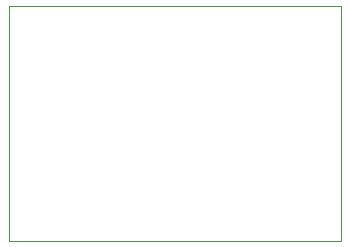
<source format=gm1>
G04 #@! TF.GenerationSoftware,KiCad,Pcbnew,5.1.10*
G04 #@! TF.CreationDate,2021-09-12T01:36:55-07:00*
G04 #@! TF.ProjectId,ACORN-CLE-DVI,41434f52-4e2d-4434-9c45-2d4456492e6b,rev?*
G04 #@! TF.SameCoordinates,Original*
G04 #@! TF.FileFunction,Profile,NP*
%FSLAX46Y46*%
G04 Gerber Fmt 4.6, Leading zero omitted, Abs format (unit mm)*
G04 Created by KiCad (PCBNEW 5.1.10) date 2021-09-12 01:36:55*
%MOMM*%
%LPD*%
G01*
G04 APERTURE LIST*
G04 #@! TA.AperFunction,Profile*
%ADD10C,0.050000*%
G04 #@! TD*
G04 APERTURE END LIST*
D10*
X167850000Y-93500000D02*
X139750000Y-93500000D01*
X167850000Y-113375000D02*
X167850000Y-93500000D01*
X140600000Y-113375000D02*
X167850000Y-113375000D01*
X139750000Y-113375000D02*
X140600000Y-113375000D01*
X139750000Y-93725000D02*
X139750000Y-113375000D01*
X139750000Y-93500000D02*
X139750000Y-93725000D01*
M02*

</source>
